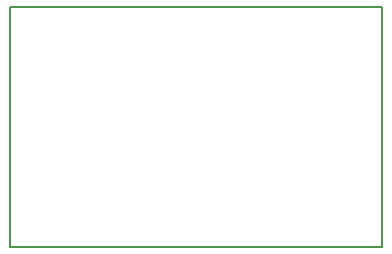
<source format=gbr>
G04 #@! TF.FileFunction,Profile,NP*
%FSLAX46Y46*%
G04 Gerber Fmt 4.6, Leading zero omitted, Abs format (unit mm)*
G04 Created by KiCad (PCBNEW 4.0.7) date 04/20/18 18:40:26*
%MOMM*%
%LPD*%
G01*
G04 APERTURE LIST*
%ADD10C,0.100000*%
%ADD11C,0.150000*%
G04 APERTURE END LIST*
D10*
D11*
X151663400Y-83972400D02*
X120167400Y-83972400D01*
X151663400Y-104292400D02*
X151663400Y-83972400D01*
X120167400Y-104292400D02*
X151663400Y-104292400D01*
X120167400Y-83972400D02*
X120167400Y-104292400D01*
M02*

</source>
